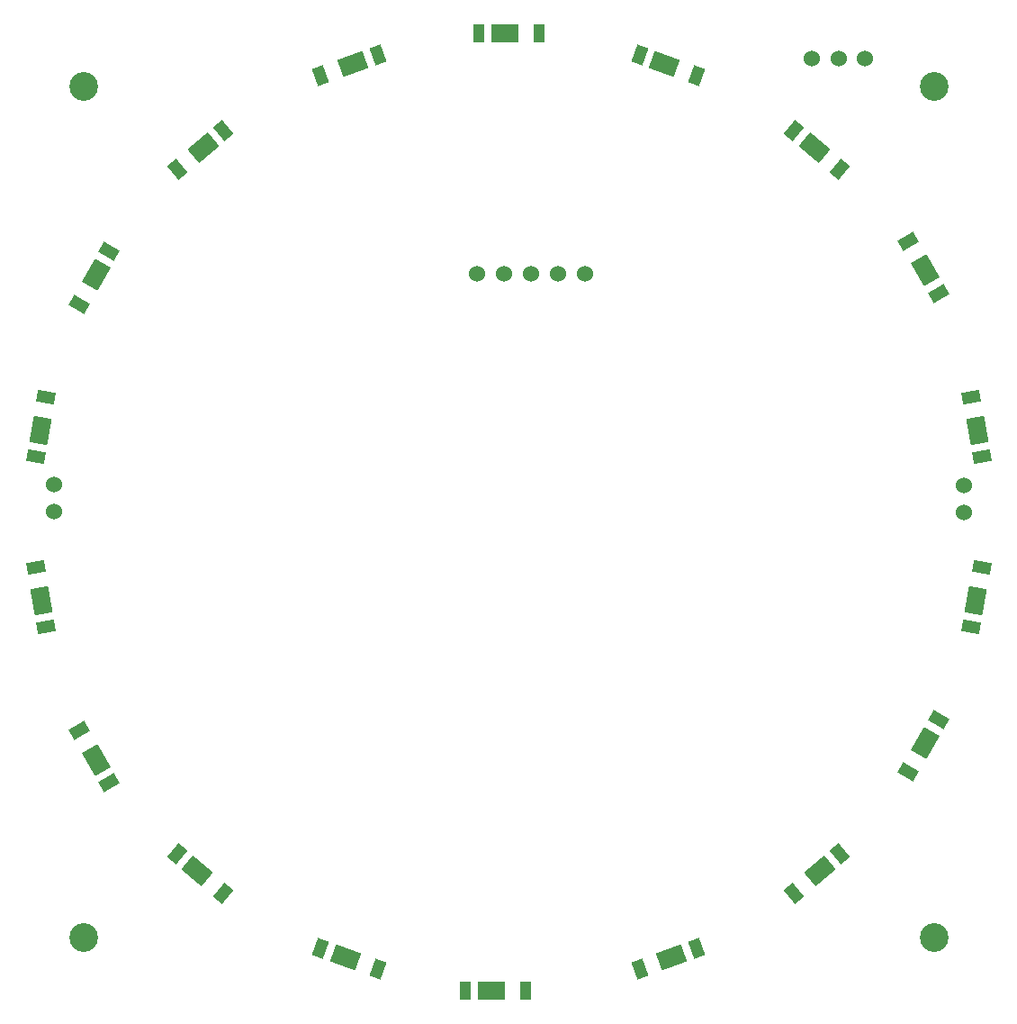
<source format=gbr>
%TF.GenerationSoftware,KiCad,Pcbnew,(6.0.9)*%
%TF.CreationDate,2022-11-20T19:55:09+01:00*%
%TF.ProjectId,ZLight_V2,5a4c6967-6874-45f5-9632-2e6b69636164,rev?*%
%TF.SameCoordinates,Original*%
%TF.FileFunction,Soldermask,Bot*%
%TF.FilePolarity,Negative*%
%FSLAX46Y46*%
G04 Gerber Fmt 4.6, Leading zero omitted, Abs format (unit mm)*
G04 Created by KiCad (PCBNEW (6.0.9)) date 2022-11-20 19:55:09*
%MOMM*%
%LPD*%
G01*
G04 APERTURE LIST*
G04 Aperture macros list*
%AMRotRect*
0 Rectangle, with rotation*
0 The origin of the aperture is its center*
0 $1 length*
0 $2 width*
0 $3 Rotation angle, in degrees counterclockwise*
0 Add horizontal line*
21,1,$1,$2,0,0,$3*%
G04 Aperture macros list end*
%ADD10C,1.524000*%
%ADD11C,2.700000*%
%ADD12RotRect,1.100000X1.700000X160.000000*%
%ADD13RotRect,2.500000X1.700000X160.000000*%
%ADD14RotRect,1.100000X1.700000X300.000000*%
%ADD15RotRect,2.500000X1.700000X300.000000*%
%ADD16RotRect,1.100000X1.700000X20.000000*%
%ADD17RotRect,2.500000X1.700000X20.000000*%
%ADD18RotRect,1.100000X1.700000X60.000000*%
%ADD19RotRect,2.500000X1.700000X60.000000*%
%ADD20RotRect,1.100000X1.700000X260.000000*%
%ADD21RotRect,2.500000X1.700000X260.000000*%
%ADD22RotRect,1.100000X1.700000X40.000000*%
%ADD23RotRect,2.500000X1.700000X40.000000*%
%ADD24RotRect,1.100000X1.700000X140.000000*%
%ADD25RotRect,2.500000X1.700000X140.000000*%
%ADD26R,1.100000X1.700000*%
%ADD27R,2.500000X1.700000*%
%ADD28RotRect,1.100000X1.700000X280.000000*%
%ADD29RotRect,2.500000X1.700000X280.000000*%
G04 APERTURE END LIST*
D10*
%TO.C,J1*%
X107249000Y-100000000D03*
X107249000Y-97460000D03*
%TD*%
%TO.C,DEBUG1*%
X147050000Y-77600000D03*
X149590000Y-77600000D03*
X152090000Y-77600000D03*
X154670000Y-77600000D03*
X157210000Y-77600000D03*
%TD*%
D11*
%TO.C,REF\u002A\u002A*%
X110000000Y-60000000D03*
%TD*%
%TO.C,REF\u002A\u002A*%
X190000000Y-140000000D03*
%TD*%
%TO.C,REF\u002A\u002A*%
X190000000Y-60000000D03*
%TD*%
D10*
%TO.C,J2*%
X192800000Y-97500000D03*
X192800000Y-100040000D03*
%TD*%
D11*
%TO.C,REF\u002A\u002A*%
X110000000Y-140000000D03*
%TD*%
D10*
%TO.C,U4*%
X178500000Y-57400000D03*
X181040000Y-57400000D03*
X183540000Y-57400000D03*
%TD*%
D12*
%TO.C,D12*%
X137678124Y-142974757D03*
X132321876Y-141025243D03*
D13*
X134671108Y-141880293D03*
%TD*%
D14*
%TO.C,D8*%
X109575000Y-120531828D03*
X112425000Y-125468172D03*
D15*
X111175000Y-123303109D03*
%TD*%
D16*
%TO.C,D9*%
X132321876Y-58974757D03*
X137678124Y-57025243D03*
D17*
X135328892Y-57880293D03*
%TD*%
D18*
%TO.C,D19*%
X109575000Y-80468172D03*
X112425000Y-75531828D03*
D19*
X111175000Y-77696891D03*
%TD*%
D20*
%TO.C,D5*%
X194494897Y-105193298D03*
D21*
X193939223Y-108344683D03*
D20*
X193505103Y-110806702D03*
%TD*%
D12*
%TO.C,D11*%
X167678124Y-58974757D03*
X162321876Y-57025243D03*
D13*
X164671108Y-57880293D03*
%TD*%
D14*
%TO.C,D15*%
X187575000Y-74531828D03*
D15*
X189175000Y-77303109D03*
D14*
X190425000Y-79468172D03*
%TD*%
D22*
%TO.C,D14*%
X118816773Y-67831945D03*
X123183227Y-64168055D03*
D23*
X121268116Y-65775024D03*
%TD*%
D24*
%TO.C,D16*%
X181183227Y-67831945D03*
X176816773Y-64168055D03*
D25*
X178731884Y-65775024D03*
%TD*%
D26*
%TO.C,D17*%
X151600000Y-145000000D03*
X145900000Y-145000000D03*
D27*
X148400000Y-145000000D03*
%TD*%
D28*
%TO.C,D10*%
X193505103Y-89193298D03*
X194494897Y-94806702D03*
D29*
X194060777Y-92344683D03*
%TD*%
D18*
%TO.C,D3*%
X187575000Y-124468172D03*
X190425000Y-119531828D03*
D19*
X189175000Y-121696891D03*
%TD*%
D24*
%TO.C,D7*%
X123183227Y-135831945D03*
D25*
X120731884Y-133775024D03*
D24*
X118816773Y-132168055D03*
%TD*%
D16*
%TO.C,D2*%
X162321876Y-142974757D03*
X167678124Y-141025243D03*
D17*
X165328892Y-141880293D03*
%TD*%
D20*
%TO.C,D18*%
X106494897Y-89193298D03*
D21*
X105939223Y-92344683D03*
D20*
X105505103Y-94806702D03*
%TD*%
D28*
%TO.C,D13*%
X105505103Y-105193298D03*
D29*
X106060777Y-108344683D03*
D28*
X106494897Y-110806702D03*
%TD*%
D26*
%TO.C,D6*%
X152850000Y-55000000D03*
D27*
X149650000Y-55000000D03*
D26*
X147150000Y-55000000D03*
%TD*%
D22*
%TO.C,D4*%
X176816773Y-135831945D03*
D23*
X179268116Y-133775024D03*
D22*
X181183227Y-132168055D03*
%TD*%
M02*

</source>
